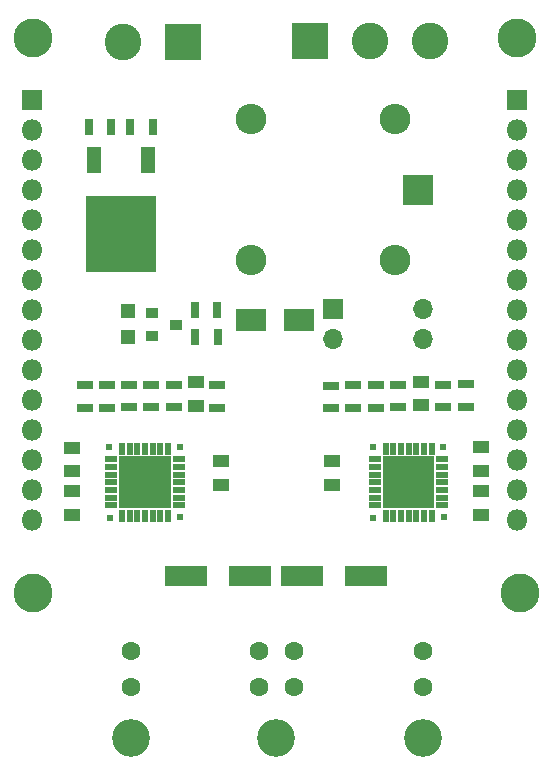
<source format=gts>
%TF.GenerationSoftware,KiCad,Pcbnew,5.1.5+dfsg1-2build2*%
%TF.CreationDate,2021-01-24T18:27:10+01:00*%
%TF.ProjectId,Placa-Caja-Coccion,506c6163-612d-4436-916a-612d436f6363,rev?*%
%TF.SameCoordinates,Original*%
%TF.FileFunction,Soldermask,Top*%
%TF.FilePolarity,Negative*%
%FSLAX46Y46*%
G04 Gerber Fmt 4.6, Leading zero omitted, Abs format (unit mm)*
G04 Created by KiCad (PCBNEW 5.1.5+dfsg1-2build2) date 2021-01-24 18:27:10*
%MOMM*%
%LPD*%
G04 APERTURE LIST*
%ADD10C,3.300000*%
%ADD11C,3.100000*%
%ADD12R,3.100000X3.100000*%
%ADD13C,1.600000*%
%ADD14C,3.200000*%
%ADD15R,3.600000X1.700000*%
%ADD16R,1.350000X1.100000*%
%ADD17R,1.300000X1.300000*%
%ADD18R,2.600000X1.900000*%
%ADD19R,2.600000X2.600000*%
%ADD20O,2.600000X2.600000*%
%ADD21R,1.800000X1.800000*%
%ADD22O,1.800000X1.800000*%
%ADD23R,1.300000X2.300000*%
%ADD24R,5.900000X6.500000*%
%ADD25R,1.000000X0.900000*%
%ADD26R,1.400000X0.800000*%
%ADD27R,0.800000X1.400000*%
%ADD28R,0.470000X1.100000*%
%ADD29R,1.100000X0.470000*%
%ADD30R,1.162500X1.162500*%
%ADD31R,0.600000X0.600000*%
%ADD32R,1.700000X1.700000*%
%ADD33O,1.700000X1.700000*%
G04 APERTURE END LIST*
D10*
X126500000Y-119500000D03*
X126500000Y-72500000D03*
X167500000Y-72500000D03*
X167750000Y-119500000D03*
D11*
X134170000Y-72847200D03*
D12*
X139250000Y-72847200D03*
D11*
X160160000Y-72750000D03*
X155080000Y-72750000D03*
D12*
X150000000Y-72750000D03*
D13*
X159517080Y-124452120D03*
X159517080Y-127452120D03*
D14*
X159517080Y-131772120D03*
D15*
X149329160Y-118099840D03*
X154729160Y-118099840D03*
X139484120Y-118084600D03*
X144884120Y-118084600D03*
D16*
X164449760Y-110907320D03*
X164449760Y-112907320D03*
X159374840Y-103645720D03*
X159374840Y-101645720D03*
X164485320Y-109204000D03*
X164485320Y-107204000D03*
X151886920Y-108347000D03*
X151886920Y-110347000D03*
X140299440Y-103671880D03*
X140299440Y-101671880D03*
X129854960Y-109234480D03*
X129854960Y-107234480D03*
X129854960Y-110922560D03*
X129854960Y-112922560D03*
X142458440Y-108347000D03*
X142458440Y-110347000D03*
D17*
X134553960Y-95679080D03*
X134553960Y-97879080D03*
D18*
X149010120Y-96433640D03*
X145010120Y-96433640D03*
D19*
X159146240Y-85364320D03*
D20*
X157146240Y-79364320D03*
X144946240Y-79364320D03*
X144946240Y-91364320D03*
X157146240Y-91364320D03*
D13*
X148640800Y-124452120D03*
X148640800Y-127452120D03*
X145640800Y-124452120D03*
X145640800Y-127452120D03*
D14*
X147140800Y-131772120D03*
D21*
X126486920Y-77779880D03*
D22*
X126486920Y-80319880D03*
X126486920Y-82859880D03*
X126486920Y-85399880D03*
X126486920Y-87939880D03*
X126486920Y-90479880D03*
X126486920Y-93019880D03*
X126486920Y-95559880D03*
X126486920Y-98099880D03*
X126486920Y-100639880D03*
X126486920Y-103179880D03*
X126486920Y-105719880D03*
X126486920Y-108259880D03*
X126486920Y-110799880D03*
X126486920Y-113339880D03*
X167543480Y-113334800D03*
X167543480Y-110794800D03*
X167543480Y-108254800D03*
X167543480Y-105714800D03*
X167543480Y-103174800D03*
X167543480Y-100634800D03*
X167543480Y-98094800D03*
X167543480Y-95554800D03*
X167543480Y-93014800D03*
X167543480Y-90474800D03*
X167543480Y-87934800D03*
X167543480Y-85394800D03*
X167543480Y-82854800D03*
X167543480Y-80314800D03*
D21*
X167543480Y-77774800D03*
D14*
X134792720Y-131772120D03*
D13*
X134792720Y-127452120D03*
X134792720Y-124452120D03*
D23*
X136259920Y-82861040D03*
X131699920Y-82861040D03*
D24*
X133979920Y-89161040D03*
D25*
X136601960Y-95844320D03*
X136601960Y-97744320D03*
X138601960Y-96794320D03*
D26*
X163179760Y-101864120D03*
X163179760Y-103764120D03*
D27*
X140233360Y-95524320D03*
X142133360Y-95524320D03*
X134767280Y-80065880D03*
X136667280Y-80065880D03*
D26*
X153634440Y-103830160D03*
X153634440Y-101930160D03*
D27*
X131272201Y-80055720D03*
X133172201Y-80055720D03*
D26*
X161244280Y-103779360D03*
X161244280Y-101879360D03*
X155595320Y-101930160D03*
X155595320Y-103830160D03*
X157474920Y-103799640D03*
X157474920Y-101899640D03*
X151770080Y-101960640D03*
X151770080Y-103860640D03*
D27*
X140258760Y-97840800D03*
X142158760Y-97840800D03*
D26*
X134635240Y-103809840D03*
X134635240Y-101909840D03*
X142138400Y-101940320D03*
X142138400Y-103840320D03*
X136530080Y-103814920D03*
X136530080Y-101914920D03*
X138465560Y-101899680D03*
X138465560Y-103799680D03*
X132760720Y-103825080D03*
X132760720Y-101925080D03*
X130891280Y-101925080D03*
X130891280Y-103825080D03*
D28*
X160285289Y-107294440D03*
X159635289Y-107294440D03*
X158985289Y-107294440D03*
X158335289Y-107294440D03*
X157685289Y-107294440D03*
X157035289Y-107294440D03*
X156385289Y-107294440D03*
D29*
X155485289Y-108194440D03*
X155485289Y-108844440D03*
X155485289Y-109494440D03*
X155485289Y-110144440D03*
X155485289Y-110794440D03*
X155485289Y-111444440D03*
X155485289Y-112094440D03*
D28*
X156385289Y-112994440D03*
X157035289Y-112994440D03*
X157685289Y-112994440D03*
X158335289Y-112994440D03*
X158985289Y-112994440D03*
X159635289Y-112994440D03*
X160285289Y-112994440D03*
D29*
X161185289Y-112094440D03*
X161185289Y-111444440D03*
X161185289Y-110794440D03*
X161185289Y-110144440D03*
X161185289Y-109494440D03*
X161185289Y-108844440D03*
X161185289Y-108194440D03*
D30*
X156741539Y-111738190D03*
X157804039Y-111738190D03*
X158866539Y-111738190D03*
X159929039Y-111738190D03*
X156741539Y-110675690D03*
X157804039Y-110675690D03*
X158866539Y-110675690D03*
X159929039Y-110675690D03*
X156741539Y-109613190D03*
X157804039Y-109613190D03*
X158866539Y-109613190D03*
X159929039Y-109613190D03*
X156741539Y-108550690D03*
X157804039Y-108550690D03*
X158866539Y-108550690D03*
X159929039Y-108550690D03*
D31*
X161275289Y-107164440D03*
X155315289Y-107184440D03*
X161325289Y-113114440D03*
X155345289Y-113144440D03*
X133012000Y-113144440D03*
X138992000Y-113114440D03*
X132982000Y-107184440D03*
X138942000Y-107164440D03*
D30*
X137595750Y-108550690D03*
X136533250Y-108550690D03*
X135470750Y-108550690D03*
X134408250Y-108550690D03*
X137595750Y-109613190D03*
X136533250Y-109613190D03*
X135470750Y-109613190D03*
X134408250Y-109613190D03*
X137595750Y-110675690D03*
X136533250Y-110675690D03*
X135470750Y-110675690D03*
X134408250Y-110675690D03*
X137595750Y-111738190D03*
X136533250Y-111738190D03*
X135470750Y-111738190D03*
X134408250Y-111738190D03*
D29*
X138852000Y-108194440D03*
X138852000Y-108844440D03*
X138852000Y-109494440D03*
X138852000Y-110144440D03*
X138852000Y-110794440D03*
X138852000Y-111444440D03*
X138852000Y-112094440D03*
D28*
X137952000Y-112994440D03*
X137302000Y-112994440D03*
X136652000Y-112994440D03*
X136002000Y-112994440D03*
X135352000Y-112994440D03*
X134702000Y-112994440D03*
X134052000Y-112994440D03*
D29*
X133152000Y-112094440D03*
X133152000Y-111444440D03*
X133152000Y-110794440D03*
X133152000Y-110144440D03*
X133152000Y-109494440D03*
X133152000Y-108844440D03*
X133152000Y-108194440D03*
D28*
X134052000Y-107294440D03*
X134702000Y-107294440D03*
X135352000Y-107294440D03*
X136002000Y-107294440D03*
X136652000Y-107294440D03*
X137302000Y-107294440D03*
X137952000Y-107294440D03*
D32*
X151937720Y-95443040D03*
D33*
X159557720Y-97983040D03*
X151937720Y-97983040D03*
X159557720Y-95443040D03*
M02*

</source>
